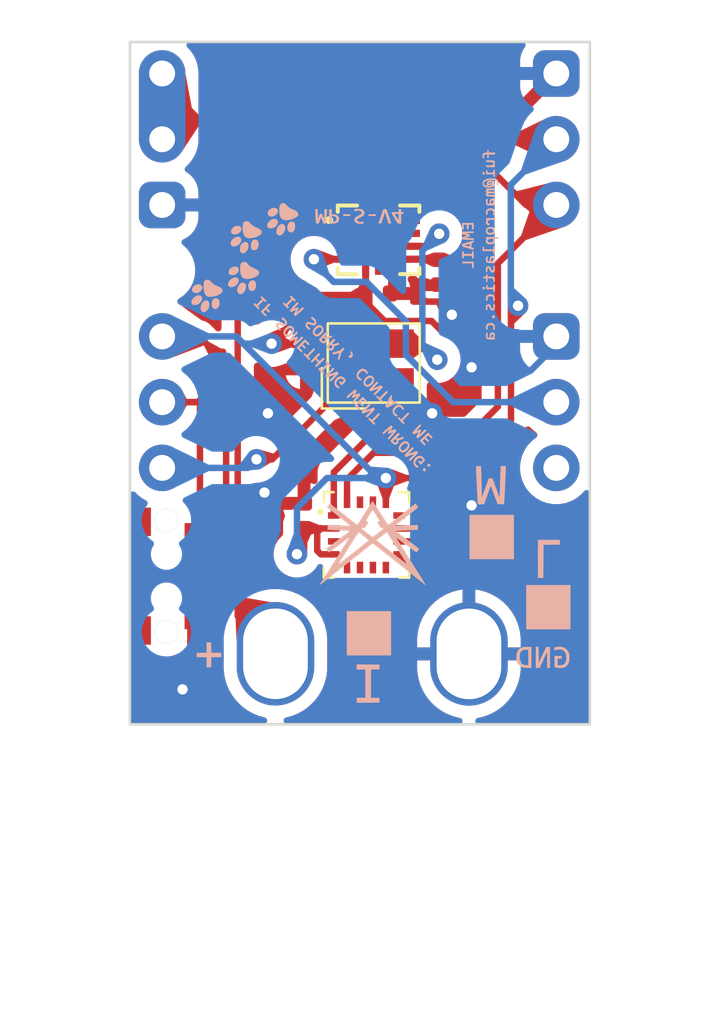
<source format=kicad_pcb>
(kicad_pcb (version 20240108) (generator "pcbnew") (generator_version "8.0")
  (layers (0 "F.Cu" signal) (31 "B.Cu" signal) (34 "B.Paste" user) (35 "F.Paste" user) (36 "B.SilkS" user "B.Silkscreen") (37 "F.SilkS" user "F.Silkscreen") (38 "B.Mask" user) (39 "F.Mask" user) (44 "Edge.Cuts" user))
  (net 0 "")
  (net 1 "SDA")
  (net 2 "SCL")
  (net 3 "Net-(TP1-Pad1)")
  (net 4 "INT1")
  (net 5 "GND")
  (net 6 "Net-(U1-P0.31-LF)")
  (net 15 "Net-(U3-CAP)")
  (net 18 "+3V3")
  (net 22 "Net-(U2-INT2{slash}FSYNC{slash}CLKIN)")
  (net 24 "OSC_EN")
  (net 25 "unconnected-(U1-P0.20-Pad6)")
  (footprint "justPads_custom:3_4-2.5_3.5" (layer "F.Cu") (at 140.5 96.16)
    (property "Reference" "TP1" (hide yes))
    (property "Value" "BCon" (hide yes))
    (pad "1" thru_hole oval (at 0 0) (size 3 4) (drill oval 2.5 3.5) (layers "*.Cu" "*.Mask") (net 3 "Net-(TP1-Pad1)"))
  )
  (footprint "buttons_custom:GT-TC020B-H035-L05" (layer "F.Cu") (at 136.6099 93.16 -90)
    (property "Reference" "S1" (hide yes))
    (property "Value" "GT-TC020B-H035-L05" (hide yes))
    (pad "" thru_hole circle (at -2.15 0.325 270) (size 0.9 0.9) (drill 0.9) (layers "*.Cu" "*.Mask"))
    (pad "" np_thru_hole circle (at -0.85 0.325 270) (size 0.7 0.7) (drill 0.7) (layers "F&B.Cu" "*.Mask"))
    (pad "" np_thru_hole circle (at 0.85 0.325 270) (size 0.7 0.7) (drill 0.7) (layers "F&B.Cu" "*.Mask"))
    (pad "" thru_hole circle (at 2.15 0.325 270) (size 0.9 0.9) (drill 0.9) (layers "*.Cu" "*.Mask"))
    (pad "1" smd rect (at -1.7 -0.975 270) (size 0.7 1.2) (layers "F.Cu" "F.Paste" "F.Mask") (net 6 "Net-(U1-P0.31-LF)"))
    (pad "2" smd rect (at 1.7 -0.975 270) (size 0.7 1.2) (layers "F.Cu" "F.Paste" "F.Mask") (net 5 "GND"))
    (pad "3" smd rect (at 0 -1.275 270) (size 1.5 1) (layers "F.Cu" "F.Paste" "F.Mask") (net 5 "GND"))
    (pad "4" smd rect (at -2.1 1.275 270) (size 1.1 0.7) (layers "F.Cu" "F.Paste" "F.Mask"))
    (pad "4" smd rect (at 2.1 1.275 270) (size 1.1 0.7) (layers "F.Cu" "F.Paste" "F.Mask"))
  )
  (footprint "justPads_custom:1mm npth" (layer "F.Cu") (at 136.143999 81.347382)
    (property "Reference" "REF**" (hide yes))
    (property "Value" "1mm npth" (hide yes))
    (pad "" np_thru_hole circle (at 0 0) (size 1 1) (drill 1) (layers "F&B.Cu" "*.Mask"))
  )
  (footprint "Resistor_SMD:R_0402_1005Metric" (layer "F.Cu") (at 146.812 77.47 -90)
    (property "Reference" "R1" (hide yes))
    (property "Value" "10k" (hide yes))
    (pad "1" smd roundrect (at -0.51 0 270) (size 0.54 0.64) (layers "F.Cu" "F.Paste" "F.Mask") (net 2 "SCL"))
    (pad "2" smd roundrect (at 0.51 0 270) (size 0.54 0.64) (layers "F.Cu" "F.Paste" "F.Mask") (net 18 "+3V3"))
  )
  (footprint "Resistor_SMD:R_0402_1005Metric" (layer "F.Cu") (at 138.2776 85.1408 90)
    (property "Reference" "R5" (hide yes))
    (property "Value" "200k" (hide yes))
    (pad "1" smd roundrect (at -0.51 0 90) (size 0.54 0.64) (layers "F.Cu" "F.Paste" "F.Mask") (net 6 "Net-(U1-P0.31-LF)"))
    (pad "2" smd roundrect (at 0.51 0 90) (size 0.54 0.64) (layers "F.Cu" "F.Paste" "F.Mask") (net 18 "+3V3"))
  )
  (footprint "mcu_custom:SuperMini_nRF52840_AH_USBdn" (layer "F.Cu") (at 143.7386 90.2462)
    (property "Reference" "U1" (hide yes))
    (property "Value" "SuperMini nRF52840" (hide yes))
    (pad "1" thru_hole circle (at 7.62 -13.97) (size 1.8 1.8) (drill 1) (layers "*.Cu" "F.Mask") (net 1 "SDA"))
    (pad "2" thru_hole circle (at 7.62 -11.43) (size 1.8 1.8) (drill 1) (layers "*.Cu" "F.Mask") (net 2 "SCL"))
    (pad "4" thru_hole roundrect (at 7.62 -6.35) (size 1.8 1.8) (drill 1) (layers "*.Cu" "F.Mask") (net 5 "GND"))
    (pad "5" thru_hole circle (at 7.62 -3.81) (size 1.8 1.8) (drill 1) (layers "*.Cu" "F.Mask") (net 4 "INT1"))
    (pad "6" thru_hole circle (at 7.62 -1.27) (size 1.8 1.8) (drill 1) (layers "*.Cu" "F.Mask") (net 25 "unconnected-(U1-P0.20-Pad6)"))
    (pad "13" thru_hole oval (at -7.62 -13.97) (size 1.8 4.34) (drill 1 (offset 0 -1.27)) (layers "*.Cu" "F.Mask") (net 3 "Net-(TP1-Pad1)"))
    (pad "14" thru_hole roundrect (at -7.62 -11.43) (size 1.8 1.8) (drill 1) (layers "*.Cu" "F.Mask") (net 5 "GND"))
    (pad "16" thru_hole circle (at -7.62 -6.35) (size 1.8 1.8) (drill 1) (layers "*.Cu" "F.Mask") (net 18 "+3V3"))
    (pad "17" thru_hole circle (at -7.62 -3.81) (size 1.8 1.8) (drill 1) (layers "*.Cu" "F.Mask") (net 6 "Net-(U1-P0.31-LF)"))
    (pad "18" thru_hole circle (at -7.62 -1.27) (size 1.8 1.8) (drill 1) (layers "*.Cu" "F.Mask") (net 24 "OSC_EN"))
    (pad "28" thru_hole roundrect (at 7.62 -16.51) (size 1.8 1.8) (drill 1) (layers "*.Cu" "F.Mask") (net 5 "GND"))
    (pad "29" thru_hole circle (at -7.62 -16.51) (size 1.8 1.8) (drill 1) (layers "*.Cu" "F.Mask") (net 3 "Net-(TP1-Pad1)"))
    (zone (net 0) (net_name "") (layers "*.Cu") (name "ANT") (connect_pads (clearance 0)) (min_thickness 0.25)
      (keepout (tracks allowed) (vias allowed) (pads allowed) (copperpour not_allowed) (footprints allowed))
      (fill (thermal_gap 0.5) (thermal_bridge_width 0.5))
      (polygon (pts (xy 129.8486 100.4062) (xy 157.6286 100.4062) (xy 157.6286 110.4862) (xy 129.8486 110.4862)))
    )
  )
  (footprint "Capacitor_SMD:C_0402_1005Metric" (layer "F.Cu") (at 146.2292 91.577903 -90)
    (property "Reference" "C5" (hide yes))
    (property "Value" "10uF" (hide yes))
    (pad "1" smd roundrect (at -0.48 0 270) (size 0.56 0.62) (layers "F.Cu" "F.Paste" "F.Mask") (net 5 "GND"))
    (pad "2" smd roundrect (at 0.48 0 270) (size 0.56 0.62) (layers "F.Cu" "F.Paste" "F.Mask") (net 15 "Net-(U3-CAP)"))
  )
  (footprint "Capacitor_SMD:C_0402_1005Metric" (layer "F.Cu") (at 138.2776 87.0712 90)
    (property "Reference" "C1" (hide yes))
    (property "Value" "10uF" (hide yes))
    (pad "1" smd roundrect (at -0.48 0 90) (size 0.56 0.62) (layers "F.Cu" "F.Paste" "F.Mask") (net 5 "GND"))
    (pad "2" smd roundrect (at 0.48 0 90) (size 0.56 0.62) (layers "F.Cu" "F.Paste" "F.Mask") (net 6 "Net-(U1-P0.31-LF)"))
  )
  (footprint "Resistor_SMD:R_0402_1005Metric" (layer "F.Cu") (at 146.304 88.9 -90)
    (property "Reference" "R2" (hide yes))
    (property "Value" "10k" (hide yes))
    (pad "1" smd roundrect (at -0.51 0 270) (size 0.54 0.64) (layers "F.Cu" "F.Paste" "F.Mask") (net 1 "SDA"))
    (pad "2" smd roundrect (at 0.51 0 270) (size 0.54 0.64) (layers "F.Cu" "F.Paste" "F.Mask") (net 18 "+3V3"))
  )
  (footprint "Capacitor_SMD:C_0402_1005Metric" (layer "F.Cu") (at 141.605497 90.827903 -90)
    (property "Reference" "C2" (hide yes))
    (property "Value" "1uF" (hide yes))
    (pad "1" smd roundrect (at -0.48 0 270) (size 0.56 0.62) (layers "F.Cu" "F.Paste" "F.Mask") (net 5 "GND"))
    (pad "2" smd roundrect (at 0.48 0 270) (size 0.56 0.62) (layers "F.Cu" "F.Paste" "F.Mask") (net 18 "+3V3"))
  )
  (footprint "Capacitor_SMD:C_0402_1005Metric" (layer "F.Cu") (at 146.81074 81.4136 90)
    (property "Reference" "C4" (hide yes))
    (property "Value" "100nF" (hide yes))
    (pad "1" smd roundrect (at -0.48 0 90) (size 0.56 0.62) (layers "F.Cu" "F.Paste" "F.Mask") (net 5 "GND"))
    (pad "2" smd roundrect (at 0.48 0 90) (size 0.56 0.62) (layers "F.Cu" "F.Paste" "F.Mask") (net 18 "+3V3"))
  )
  (footprint "Capacitor_SMD:C_0402_1005Metric" (layer "F.Cu") (at 141.699012 84.669468 90)
    (property "Reference" "C8" (hide yes))
    (property "Value" "100nF" (hide yes))
    (pad "1" smd roundrect (at -0.48 0 90) (size 0.56 0.62) (layers "F.Cu" "F.Paste" "F.Mask") (net 5 "GND"))
    (pad "2" smd roundrect (at 0.48 0 90) (size 0.56 0.62) (layers "F.Cu" "F.Paste" "F.Mask") (net 18 "+3V3"))
  )
  (footprint "Capacitor_SMD:C_0402_1005Metric" (layer "F.Cu") (at 147.83574 81.4136 90)
    (property "Reference" "C7" (hide yes))
    (property "Value" "2.2uF" (hide yes))
    (pad "1" smd roundrect (at -0.48 0 90) (size 0.56 0.62) (layers "F.Cu" "F.Paste" "F.Mask") (net 5 "GND"))
    (pad "2" smd roundrect (at 0.48 0 90) (size 0.56 0.62) (layers "F.Cu" "F.Paste" "F.Mask") (net 18 "+3V3"))
  )
  (footprint "justPads_custom:1mm npth" (layer "F.Cu") (at 151.384 81.347382)
    (property "Reference" "REF**" (hide yes))
    (property "Value" "1mm npth" (hide yes))
    (pad "" np_thru_hole circle (at 0 0) (size 1 1) (drill 1) (layers "F&B.Cu" "*.Mask"))
  )
  (footprint "imu_custom:ICM-42688-P" (layer "F.Cu") (at 144.487035 80.1636)
    (property "Reference" "U2" (hide yes))
    (property "Value" "ICM-42688-P" (hide yes))
    (pad "1" smd rect (at -1.26238 -0.7493) (size 0.67564 0.2794) (layers "F.Cu" "F.Paste" "F.Mask") (net 5 "GND"))
    (pad "2" smd rect (at -1.26238 -0.24892) (size 0.67564 0.2794) (layers "F.Cu" "F.Paste" "F.Mask"))
    (pad "3" smd rect (at -1.26238 0.24892) (size 0.67564 0.2794) (layers "F.Cu" "F.Paste" "F.Mask"))
    (pad "4" smd rect (at -1.26238 0.7493) (size 0.67564 0.2794) (layers "F.Cu" "F.Paste" "F.Mask") (net 4 "INT1"))
    (pad "5" smd rect (at -0.50038 1.01346) (size 0.2794 0.67564) (layers "F.Cu" "F.Paste" "F.Mask") (net 18 "+3V3"))
    (pad "6" smd rect (at 0 1.01346) (size 0.2794 0.67564) (layers "F.Cu" "F.Paste" "F.Mask") (net 5 "GND"))
    (pad "7" smd rect (at 0.50038 1.01346) (size 0.2794 0.67564) (layers "F.Cu" "F.Paste" "F.Mask") (net 5 "GND"))
    (pad "8" smd rect (at 1.26238 0.7493) (size 0.67564 0.2794) (layers "F.Cu" "F.Paste" "F.Mask") (net 18 "+3V3"))
    (pad "9" smd rect (at 1.26238 0.24892) (size 0.67564 0.2794) (layers "F.Cu" "F.Paste" "F.Mask") (net 22 "Net-(U2-INT2{slash}FSYNC{slash}CLKIN)"))
    (pad "10" smd rect (at 1.26238 -0.24892) (size 0.67564 0.2794) (layers "F.Cu" "F.Paste" "F.Mask"))
    (pad "11" smd rect (at 1.26238 -0.7493) (size 0.67564 0.2794) (layers "F.Cu" "F.Paste" "F.Mask"))
    (pad "12" smd rect (at 0.50038 -1.01346) (size 0.2794 0.67564) (layers "F.Cu" "F.Paste" "F.Mask") (net 18 "+3V3"))
    (pad "13" smd rect (at 0 -1.01346) (size 0.2794 0.67564) (layers "F.Cu" "F.Paste" "F.Mask") (net 2 "SCL"))
    (pad "14" smd rect (at -0.50038 -1.01346) (size 0.2794 0.67564) (layers "F.Cu" "F.Paste" "F.Mask") (net 1 "SDA"))
  )
  (footprint "Capacitor_SMD:C_0402_1005Metric" (layer "F.Cu") (at 144.45 82.2386 180)
    (property "Reference" "C3" (hide yes))
    (property "Value" "10nF" (hide yes))
    (pad "1" smd roundrect (at -0.48 0 180) (size 0.56 0.62) (layers "F.Cu" "F.Paste" "F.Mask") (net 5 "GND"))
    (pad "2" smd roundrect (at 0.48 0 180) (size 0.56 0.62) (layers "F.Cu" "F.Paste" "F.Mask") (net 18 "+3V3"))
  )
  (footprint "justPads_custom:3_4-2.5_3.5" (layer "F.Cu") (at 147.9804 96.1644)
    (property "Reference" "TP2" (hide yes))
    (property "Value" "BCon" (hide yes))
    (pad "1" thru_hole oval (at 0 0) (size 3 4) (drill oval 2.5 3.5) (layers "*.Cu" "*.Mask") (net 5 "GND"))
  )
  (footprint "oscillator_custom:OK252032.768KJBA4SL" (layer "F.Cu") (at 144.29996 84.9243)
    (property "Reference" "X1" (hide yes))
    (property "Value" "~" (hide yes))
    (pad "1" smd rect (at -0.94996 0.7493) (size 1.19888 1.09982) (layers "F.Cu" "F.Paste" "F.Mask") (net 24 "OSC_EN"))
    (pad "2" smd rect (at 0.94996 0.7493) (size 1.19888 1.09982) (layers "F.Cu" "F.Paste" "F.Mask") (net 5 "GND"))
    (pad "3" smd rect (at 0.94996 -0.7493) (size 1.19888 1.09982) (layers "F.Cu" "F.Paste" "F.Mask") (net 22 "Net-(U2-INT2{slash}FSYNC{slash}CLKIN)"))
    (pad "4" smd rect (at -0.94996 -0.7493) (size 1.19888 1.09982) (layers "F.Cu" "F.Paste" "F.Mask") (net 18 "+3V3"))
  )
  (footprint "mag_custom:MMC5983MA" (layer "F.Cu") (at 144.018 91.566503 -90)
    (property "Reference" "U3" (hide yes))
    (property "Value" "MMC5983MA" (hide yes))
    (pad "1" smd rect (at -0.75 1.263 270) (size 0.25 0.45) (layers "F.Cu" "F.Paste" "F.Mask") (net 2 "SCL"))
    (pad "2" smd rect (at -0.25 1.263 270) (size 0.25 0.45) (layers "F.Cu" "F.Paste" "F.Mask") (net 18 "+3V3"))
    (pad "3" smd rect (at 0.25 1.263 270) (size 0.25 0.45) (layers "F.Cu" "F.Paste" "F.Mask"))
    (pad "4" smd rect (at 0.75 1.263 270) (size 0.25 0.45) (layers "F.Cu" "F.Paste" "F.Mask") (net 18 "+3V3"))
    (pad "5" smd rect (at 1.263 0.75) (size 0.25 0.45) (layers "F.Cu" "F.Paste" "F.Mask"))
    (pad "6" smd rect (at 1.263 0.25) (size 0.25 0.45) (layers "F.Cu" "F.Paste" "F.Mask"))
    (pad "7" smd rect (at 1.263 -0.25) (size 0.25 0.45) (layers "F.Cu" "F.Paste" "F.Mask"))
    (pad "8" smd rect (at 1.263 -0.75) (size 0.25 0.45) (layers "F.Cu" "F.Paste" "F.Mask"))
    (pad "9" smd rect (at 0.75 -1.263 270) (size 0.25 0.45) (layers "F.Cu" "F.Paste" "F.Mask") (net 5 "GND"))
    (pad "10" smd rect (at 0.25 -1.263 270) (size 0.25 0.45) (layers "F.Cu" "F.Paste" "F.Mask") (net 15 "Net-(U3-CAP)"))
    (pad "11" smd rect (at -0.25 -1.263 270) (size 0.25 0.45) (layers "F.Cu" "F.Paste" "F.Mask") (net 5 "GND"))
    (pad "12" smd rect (at -0.75 -1.263 270) (size 0.25 0.45) (layers "F.Cu" "F.Paste" "F.Mask"))
    (pad "13" smd rect (at -1.263 -0.75) (size 0.25 0.45) (layers "F.Cu" "F.Paste" "F.Mask") (net 18 "+3V3"))
    (pad "14" smd rect (at -1.263 -0.25) (size 0.25 0.45) (layers "F.Cu" "F.Paste" "F.Mask"))
    (pad "15" smd rect (at -1.263 0.25) (size 0.25 0.45) (layers "F.Cu" "F.Paste" "F.Mask"))
    (pad "16" smd rect (at -1.263 0.75) (size 0.25 0.45) (layers "F.Cu" "F.Paste" "F.Mask") (net 1 "SDA"))
  )
  (footprint "LOGO" (layer "F.Cu") (at 143.788535 75.438 180)
    (property "Reference" "G***" (hide yes))
    (property "Value" "LOGO" (hide yes))
  )
  (footprint "LOGO" (layer "B.Cu") (at 143.742547 85.695701)
    (property "Reference" "G***" (hide yes))
    (property "Value" "LOGO" (hide yes))
  )
  (gr_rect (start 134.874 72.517) (end 152.654 98.8822) (stroke (width 0.1)) (fill none) (layer "Edge.Cuts"))
  (segment (start 149.879077 82.709692) (end 149.606 82.982769) (width 0.25) (layer "F.Cu") (net 1))
  (segment (start 143.986655 79.15014) (end 143.986655 78.393173) (width 0.25) (layer "F.Cu") (net 1))
  (segment (start 149.606 82.982769) (end 149.606 87.122) (width 0.25) (layer "F.Cu") (net 1))
  (segment (start 149.606 87.122) (end 148.336 88.392) (width 0.25) (layer "F.Cu") (net 1))
  (segment (start 143.268 89.421158) (end 143.268 90.303503) (width 0.25) (layer "F.Cu") (net 1))
  (segment (start 143.986655 78.393173) (end 146.103628 76.2762) (width 0.25) (layer "F.Cu") (net 1))
  (segment (start 144.297158 88.392) (end 143.268 89.421158) (width 0.25) (layer "F.Cu") (net 1))
  (segment (start 146.103628 76.2762) (end 151.3586 76.2762) (width 0.25) (layer "F.Cu") (net 1))
  (segment (start 148.336 88.392) (end 144.297158 88.392) (width 0.25) (layer "F.Cu") (net 1))
  (via (at 149.879077 82.709692) (size 0.8) (drill 0.4) (layers "F.Cu" "B.Cu") (net 1))
  (segment (start 149.879077 82.709692) (end 149.6 82.430615) (width 0.25) (layer "B.Cu") (net 1))
  (segment (start 149.6 82.430615) (end 149.6 78.0348) (width 0.25) (layer "B.Cu") (net 1))
  (segment (start 149.6 78.0348) (end 151.3586 76.2762) (width 0.25) (layer "B.Cu") (net 1))
  (segment (start 142.755 89.147) (end 142.755 90.816503) (width 0.25) (layer "F.Cu") (net 2))
  (segment (start 148.082 87.63) (end 144.272 87.63) (width 0.25) (layer "F.Cu") (net 2))
  (segment (start 144.487035 78.555778) (end 146.082813 76.96) (width 0.25) (layer "F.Cu") (net 2))
  (segment (start 144.487035 79.15014) (end 144.487035 78.555778) (width 0.25) (layer "F.Cu") (net 2))
  (segment (start 146.082813 76.96) (end 148.334 76.96) (width 0.25) (layer "F.Cu") (net 2))
  (segment (start 150.1902 78.8162) (end 151.3586 78.8162) (width 0.25) (layer "F.Cu") (net 2))
  (segment (start 151.3586 78.8162) (end 149.098 81.0768) (width 0.25) (layer "F.Cu") (net 2))
  (segment (start 148.334 76.96) (end 150.1902 78.8162) (width 0.25) (layer "F.Cu") (net 2))
  (segment (start 149.098 86.614) (end 148.082 87.63) (width 0.25) (layer "F.Cu") (net 2))
  (segment (start 144.272 87.63) (end 142.755 89.147) (width 0.25) (layer "F.Cu") (net 2))
  (segment (start 149.098 81.0768) (end 149.098 86.614) (width 0.25) (layer "F.Cu") (net 2))
  (segment (start 136.1186 74.0918) (end 136.1186 73.7362) (width 0.25) (layer "F.Cu") (net 3))
  (segment (start 139.0396 94.6996) (end 140.5 96.16) (width 0.25) (layer "F.Cu") (net 3))
  (segment (start 139.0396 77.0128) (end 136.1186 74.0918) (width 0.25) (layer "F.Cu") (net 3))
  (segment (start 139.0396 94.6996) (end 139.0396 77.0128) (width 0.25) (layer "F.Cu") (net 3))
  (segment (start 151.3586 86.4362) (end 151.3586 85.979) (width 0.25) (layer "F.Cu") (net 4))
  (segment (start 141.987101 80.9129) (end 141.986 80.914001) (width 0.25) (layer "F.Cu") (net 4))
  (segment (start 143.224655 80.9129) (end 141.987101 80.9129) (width 0.25) (layer "F.Cu") (net 4))
  (via (at 141.986 80.914001) (size 0.8) (drill 0.4) (layers "F.Cu" "B.Cu") (net 4))
  (segment (start 141.986 81.026) (end 142.748 81.788) (width 0.25) (layer "B.Cu") (net 4))
  (segment (start 141.986 80.914001) (end 141.986 81.026) (width 0.25) (layer "B.Cu") (net 4))
  (segment (start 147.370895 86.4362) (end 151.3586 86.4362) (width 0.25) (layer "B.Cu") (net 4))
  (segment (start 144.018 81.788) (end 145.542 83.312) (width 0.25) (layer "B.Cu") (net 4))
  (segment (start 145.542 83.312) (end 145.542 84.607305) (width 0.25) (layer "B.Cu") (net 4))
  (segment (start 142.748 81.788) (end 144.018 81.788) (width 0.25) (layer "B.Cu") (net 4))
  (segment (start 145.542 84.607305) (end 147.370895 86.4362) (width 0.25) (layer "B.Cu") (net 4))
  (segment (start 147.32 82.40286) (end 146.81074 81.8936) (width 0.25) (layer "F.Cu") (net 5))
  (segment (start 142.725 78.65) (end 142.5 78.65) (width 0.25) (layer "F.Cu") (net 5))
  (segment (start 146.304 82.55) (end 145.9926 82.2386) (width 0.25) (layer "F.Cu") (net 5))
  (segment (start 146.2292 91.097903) (end 147.408097 91.097903) (width 0.25) (layer "F.Cu") (net 5))
  (segment (start 146.812 82.55) (end 146.304 82.55) (width 0.25) (layer "F.Cu") (net 5))
  (segment (start 147.32 83.058) (end 146.812 82.55) (width 0.25) (layer "F.Cu") (net 5))
  (segment (start 144.93 82.2386) (end 144.98 82.1886) (width 0.25) (layer "F.Cu") (net 5))
  (segment (start 145.9926 82.2386) (end 144.93 82.2386) (width 0.25) (layer "F.Cu") (net 5))
  (segment (start 138.592156 87.814956) (end 138.3284 87.5512) (width 0.25) (layer "F.Cu") (net 5))
  (segment (start 145.281 92.316503) (end 145.281 92.379703) (width 0.25) (layer "F.Cu") (net 5))
  (segment (start 138.592156 92.204876) (end 138.592156 87.814956) (width 0.25) (layer "F.Cu") (net 5))
  (segment (start 144.629975 81.32) (end 144.844475 81.32) (width 0.25) (layer "F.Cu") (net 5))
  (segment (start 137.5849 94.4115) (end 137.8849 94.1115) (width 1) (layer "F.Cu") (net 5))
  (segment (start 143.224655 79.149655) (end 142.725 78.65) (width 0.25) (layer "F.Cu") (net 5))
  (segment (start 147.32 83.058) (end 147.32 82.40286) (width 0.25) (layer "F.Cu") (net 5))
  (segment (start 137.8849 94.1115) (end 137.8849 93.16) (width 1) (layer "F.Cu") (net 5))
  (segment (start 147.32 82.40934) (end 147.83574 81.8936) (width 0.25) (layer "F.Cu") (net 5))
  (segment (start 147.32 83.058) (end 147.32 82.40934) (width 0.25) (layer "F.Cu") (net 5))
  (segment (start 144.487035 81.17706) (end 144.629975 81.32) (width 0.25) (layer "F.Cu") (net 5))
  (segment (start 145.281 92.379703) (end 145.8542 92.952903) (width 0.25) (layer "F.Cu") (net 5))
  (segment (start 144.98 81.184475) (end 144.987415 81.17706) (width 0.25) (layer "F.Cu") (net 5))
  (segment (start 146.2292 91.097903) (end 146.0106 91.316503) (width 0.25) (layer "F.Cu") (net 5))
  (segment (start 137.5849 94.86) (end 137.5849 94.4115) (width 1) (layer "F.Cu") (net 5))
  (segment (start 146.0106 91.316503) (end 145.281 91.316503) (width 0.25) (layer "F.Cu") (net 5))
  (segment (start 147.408097 91.097903) (end 148.082 90.424) (width 0.25) (layer "F.Cu") (net 5))
  (segment (start 144.98 82.1886) (end 144.98 81.184475) (width 0.25) (layer "F.Cu") (net 5))
  (segment (start 137.8849 92.912132) (end 138.592156 92.204876) (width 0.25) (layer "F.Cu") (net 5))
  (segment (start 151.3586 73.7362) (end 151.3586 73.737087) (width 0.25) (layer "F.Cu") (net 5))
  (segment (start 144.844475 81.32) (end 144.987415 81.17706) (width 0.25) (layer "F.Cu") (net 5))
  (segment (start 137.5849 94.86) (end 137.5849 95.8339) (width 1) (layer "F.Cu") (net 5))
  (segment (start 143.224655 79.4143) (end 143.224655 79.149655) (width 0.25) (layer "F.Cu") (net 5))
  (segment (start 137.8849 93.16) (end 137.8849 92.912132) (width 0.25) (layer "F.Cu") (net 5))
  (segment (start 151.3586 73.737087) (end 150.139843 74.955843) (width 0.5) (layer "F.Cu") (net 5))
  (via (at 136.906 97.536) (size 0.8) (drill 0.4) (layers "F.Cu" "B.Cu") (net 5))
  (via (at 148.082 85.09) (size 0.8) (drill 0.4) (layers "F.Cu" "B.Cu") (net 5))
  (via (at 140.208 86.868) (size 0.8) (drill 0.4) (layers "F.Cu" "B.Cu") (net 5))
  (via (at 146.558 86.868) (size 0.8) (drill 0.4) (layers "F.Cu" "B.Cu") (net 5))
  (via (at 140.073331 89.92953) (size 0.8) (drill 0.4) (layers "F.Cu" "B.Cu") (net 5))
  (via (at 148.082 90.424) (size 0.8) (drill 0.4) (layers "F.Cu" "B.Cu") (net 5))
  (via (at 147.32 83.058) (size 0.8) (drill 0.4) (layers "F.Cu" "B.Cu") (net 5))
  (segment (start 151.3586 84.2264) (end 150.368 85.217) (width 0.25) (layer "B.Cu") (net 5))
  (segment (start 151.3586 83.8962) (end 151.3586 84.2264) (width 0.25) (layer "B.Cu") (net 5))
  (segment (start 137.5849 86.5289) (end 137.4922 86.4362) (width 0.25) (layer "F.Cu") (net 6))
  (segment (start 137.5849 91.46) (end 137.58 91.4551) (width 0.25) (layer "F.Cu") (net 6))
  (segment (start 137.4902 86.4362) (end 136.1186 86.4362) (width 0.25) (layer "F.Cu") (net 6))
  (segment (start 138.2776 86.5912) (end 137.6472 86.5912) (width 0.25) (layer "F.Cu") (net 6))
  (segment (start 137.6472 86.5912) (end 137.5849 86.5289) (width 0.25) (layer "F.Cu") (net 6))
  (segment (start 136.1186 86.4362) (end 137.4922 86.4362) (width 0.25) (layer "F.Cu") (net 6))
  (segment (start 137.58 91.4551) (end 137.58 86.6584) (width 0.25) (layer "F.Cu") (net 6))
  (segment (start 137.4922 86.4362) (end 138.2776 85.6508) (width 0.25) (layer "F.Cu") (net 6))
  (segment (start 137.58 86.6584) (end 137.6472 86.5912) (width 0.25) (layer "F.Cu") (net 6))
  (segment (start 145.281 91.816503) (end 145.9878 91.816503) (width 0.25) (layer "F.Cu") (net 15))
  (segment (start 145.9878 91.816503) (end 146.2292 92.057903) (width 0.25) (layer "F.Cu") (net 15))
  (segment (start 142.755 92.316503) (end 142.255 92.316503) (width 0.25) (layer "F.Cu") (net 18))
  (segment (start 144.721491 83.30009) (end 146.536785 83.30009) (width 0.25) (layer "F.Cu") (net 18))
  (segment (start 147.81504 80.9129) (end 147.83574 80.9336) (width 0.25) (layer "F.Cu") (net 18))
  (segment (start 144.987415 78.588556) (end 145.597971 77.978) (width 0.25) (layer "F.Cu") (net 18))
  (segment (start 141.7584 91.287103) (end 141.7792 91.307903) (width 0.25) (layer "F.Cu") (net 18))
  (segment (start 144.768 89.369606) (end 144.768 90.303503) (width 0.25) (layer "F.Cu") (net 18))
  (segment (start 146.79004 80.9129) (end 146.81074 80.9336) (width 0.25) (layer "F.Cu") (net 18))
  (segment (start 142.113497 92.175) (end 142.113497 91.458006) (width 0.25) (layer "F.Cu") (net 18))
  (segment (start 141.605497 91.307903) (end 142.2464 91.307903) (width 0.25) (layer "F.Cu") (net 18))
  (segment (start 145.597971 77.978) (end 147.066 77.978) (width 0.25) (layer "F.Cu") (net 18))
  (segment (start 142.255 92.316503) (end 142.113497 92.175) (width 0.25) (layer "F.Cu") (net 18))
  (segment (start 142.2464 91.307903) (end 142.255 91.316503) (width 0.25) (layer "F.Cu") (net 18))
  (segment (start 136.1186 83.8962) (end 137.543 83.8962) (width 0.25) (layer "F.Cu") (net 18))
  (segment (start 137.543 83.8962) (end 138.2776 84.6308) (width 0.25) (layer "F.Cu") (net 18))
  (segment (start 148.59 83.058) (end 148.59 81.377861) (width 0.25) (layer "F.Cu") (net 18))
  (segment (start 146.263606 89.369606) (end 146.304 89.41) (width 0.25) (layer "F.Cu") (net 18))
  (segment (start 140.349545 84.174775) (end 142.22832 82.296) (width 0.25) (layer "F.Cu") (net 18))
  (segment (start 143.9126 82.296) (end 143.97 82.2386) (width 0.25) (layer "F.Cu") (net 18))
  (segment (start 141.70426 84.175) (end 141.69066 84.1886) (width 0.25) (layer "F.Cu") (net 18))
  (segment (start 141.605497 92.035571) (end 141.605497 91.307903) (width 0.25) (layer "F.Cu") (net 18))
  (segment (start 147.019695 83.783) (end 147.865 83.783) (width 0.25) (layer "F.Cu") (net 18))
  (segment (start 143.97 82.548599) (end 144.721491 83.30009) (width 0.25) (layer "F.Cu") (net 18))
  (segment (start 140.364238 84.189468) (end 141.699012 84.189468) (width 0.25) (layer "F.Cu") (net 18))
  (segment (start 146.536785 83.30009) (end 147.019695 83.783) (width 0.25) (layer "F.Cu") (net 18))
  (segment (start 142.22832 82.296) (end 143.9126 82.296) (width 0.25) (layer "F.Cu") (net 18))
  (segment (start 145.749415 80.9129) (end 146.79004 80.9129) (width 0.25) (layer "F.Cu") (net 18))
  (segment (start 148.145739 80.9336) (end 147.83574 80.9336) (width 0.25) (layer "F.Cu") (net 18))
  (segment (start 141.699012 84.189468) (end 143.335532 84.189468) (width 0.25) (layer "F.Cu") (net 18))
  (segment (start 143.986655 81.17706) (end 143.986655 82.207685) (width 0.25) (layer "F.Cu") (net 18))
  (segment (start 140.349545 84.174775) (end 140.364238 84.189468) (width 0.25) (layer "F.Cu") (net 18))
  (segment (start 143.9614 82.23) (end 143.97 82.2386) (width 0.25) (layer "F.Cu") (net 18))
  (segment (start 142.113497 91.458006) (end 142.255 91.316503) (width 0.25) (layer "F.Cu") (net 18))
  (segment (start 144.987415 79.15014) (end 144.987415 78.588556) (width 0.25) (layer "F.Cu") (net 18))
  (segment (start 143.986655 82.207685) (end 143.95574 82.2386) (width 0.25) (layer "F.Cu") (net 18))
  (segment (start 143.97 82.2386) (end 143.97 82.548599) (width 0.25) (layer "F.Cu") (net 18))
  (segment (start 144.768 89.369606) (end 146.263606 89.369606) (width 0.25) (layer "F.Cu") (net 18))
  (segment (start 148.59 81.377861) (end 148.145739 80.9336) (width 0.25) (layer "F.Cu") (net 18))
  (segment (start 141.330728 92.31034) (end 141.605497 92.035571) (width 0.25) (layer "F.Cu") (net 18))
  (segment (start 147.83574 78.74774) (end 147.83574 80.9336) (width 0.25) (layer "F.Cu") (net 18))
  (segment (start 146.81074 80.9336) (end 147.83574 80.9336) (width 0.25) (layer "F.Cu") (net 18))
  (segment (start 142.255 91.316503) (end 142.755 91.316503) (width 0.25) (layer "F.Cu") (net 18))
  (segment (start 147.066 77.978) (end 147.83574 78.74774) (width 0.25) (layer "F.Cu") (net 18))
  (segment (start 141.7878 91.316503) (end 141.7792 91.307903) (width 0.25) (layer "F.Cu") (net 18))
  (segment (start 147.865 83.783) (end 148.59 83.058) (width 0.25) (layer "F.Cu") (net 18))
  (segment (start 143.335532 84.189468) (end 143.35 84.175) (width 0.25) (layer "F.Cu") (net 18))
  (via (at 144.768 89.369606) (size 0.8) (drill 0.4) (layers "F.Cu" "B.Cu") (net 18))
  (via (at 141.330728 92.31034) (size 0.8) (drill 0.4) (layers "F.Cu" "B.Cu") (net 18))
  (via (at 140.349545 84.174775) (size 0.8) (drill 0.4) (layers "F.Cu" "B.Cu") (net 18))
  (segment (start 138.9818 83.8962) (end 136.1186 83.8962) (width 0.25) (layer "B.Cu") (net 18))
  (segment (start 144.768 89.369606) (end 144.455206 89.369606) (width 0.25) (layer "B.Cu") (net 18))
  (segment (start 142.488672 89.369606) (end 144.768 89.369606) (width 0.25) (layer "B.Cu") (net 18))
  (segment (start 141.330728 92.31034) (end 141.330728 90.52755) (width 0.25) (layer "B.Cu") (net 18))
  (segment (start 144.455206 89.369606) (end 138.9818 83.8962) (width 0.25) (layer "B.Cu") (net 18))
  (segment (start 140.349545 84.174775) (end 139.260375 84.174775) (width 0.25) (layer "B.Cu") (net 18))
  (segment (start 139.260375 84.174775) (end 138.9818 83.8962) (width 0.25) (layer "B.Cu") (net 18))
  (segment (start 141.330728 90.52755) (end 142.488672 89.369606) (width 0.25) (layer "B.Cu") (net 18))
  (segment (start 146.755 84.795) (end 146.135 84.175) (width 0.25) (layer "F.Cu") (net 22))
  (segment (start 145.749415 80.41252) (end 146.34748 80.41252) (width 0.25) (layer "F.Cu") (net 22))
  (segment (start 146.135 84.175) (end 145.24992 84.175) (width 0.25) (layer "F.Cu") (net 22))
  (segment (start 146.34748 80.41252) (end 146.83 79.93) (width 0.25) (layer "F.Cu") (net 22))
  (via (at 146.755 84.795) (size 0.8) (drill 0.4) (layers "F.Cu" "B.Cu") (net 22))
  (via (at 146.83 79.93) (size 0.8) (drill 0.4) (layers "F.Cu" "B.Cu") (net 22))
  (segment (start 146.18 80.58) (end 146.83 79.93) (width 0.25) (layer "B.Cu") (net 22))
  (segment (start 146.755 84.795) (end 146.18 84.22) (width 0.25) (layer "B.Cu") (net 22))
  (segment (start 146.18 84.22) (end 146.18 80.58) (width 0.25) (layer "B.Cu") (net 22))
  (segment (start 139.7646 88.646) (end 140.374 88.646) (width 0.25) (layer "F.Cu") (net 24))
  (segment (start 143.3464 85.6736) (end 143.35 85.6736) (width 0.25) (layer "F.Cu") (net 24))
  (segment (start 140.374 88.646) (end 143.3464 85.6736) (width 0.25) (layer "F.Cu") (net 24))
  (via (at 139.7646 88.646) (size 0.8) (drill 0.4) (layers "F.Cu" "B.Cu") (net 24))
  (segment (start 139.7646 88.646) (end 139.4344 88.9762) (width 0.25) (layer "B.Cu") (net 24))
  (segment (start 139.4344 88.9762) (end 136.1186 88.9762) (width 0.25) (layer "B.Cu") (net 24))
  (segment (start 151.3586 88.9762) (end 151.0284 89.3064) (width 0.25) (layer "F.Cu") (net 25))
  (segment (start 151.3586 88.9762) (end 151.257 88.9762) (width 0.25) (layer "B.Cu") (net 25))
  (zone (net 0) (net_name "") (layer "F.Cu") (connect_pads (clearance 0)) (min_thickness 0.25)
    (keepout (tracks allowed) (vias allowed) (pads allowed) (copperpour not_allowed) (footprints allowed))
    (fill (thermal_gap 0.5) (thermal_bridge_width 0.5))
    (polygon (pts (xy 146.125 78.775) (xy 146.125 81.55) (xy 142.85 81.55) (xy 142.85 78.775)))
  )
  (zone (net 5) (net_name "GND") (layers "F&B.Cu") (connect_pads (clearance 0.5)) (min_thickness 0.25) (fill yes (thermal_gap 0.5) (thermal_bridge_width 0.5))
    (polygon (pts (xy 134.874 72.517) (xy 152.654 72.517) (xy 152.65 98.9) (xy 134.85 98.85)))
  )
  (zone (net 0) (net_name "") (layers "F&B.Cu") (connect_pads (clearance 0)) (min_thickness 0.25)
    (keepout (tracks allowed) (vias allowed) (pads allowed) (copperpour not_allowed) (footprints allowed))
    (fill (thermal_gap 0.5) (thermal_bridge_width 0.5))
    (polygon (pts (xy 145.7042 89.902903) (xy 145.7042 93.227903) (xy 142.3542 93.227903) (xy 142.3292 89.902903)))
  )
)
</source>
